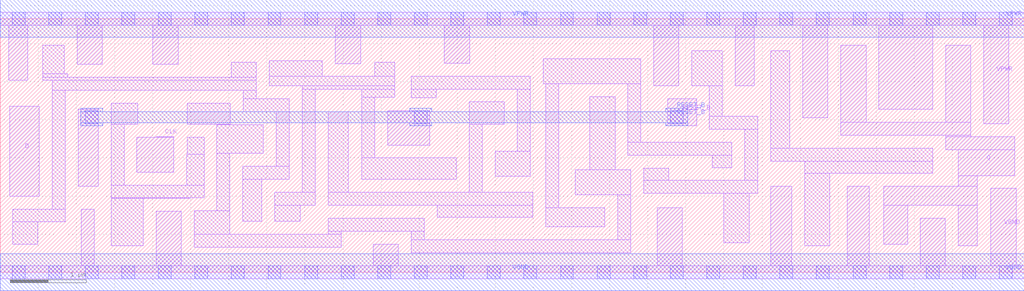
<source format=lef>
# Copyright 2020 The SkyWater PDK Authors
#
# Licensed under the Apache License, Version 2.0 (the "License");
# you may not use this file except in compliance with the License.
# You may obtain a copy of the License at
#
#     https://www.apache.org/licenses/LICENSE-2.0
#
# Unless required by applicable law or agreed to in writing, software
# distributed under the License is distributed on an "AS IS" BASIS,
# WITHOUT WARRANTIES OR CONDITIONS OF ANY KIND, either express or implied.
# See the License for the specific language governing permissions and
# limitations under the License.
#
# SPDX-License-Identifier: Apache-2.0

VERSION 5.7 ;
  NAMESCASESENSITIVE ON ;
  NOWIREEXTENSIONATPIN ON ;
  DIVIDERCHAR "/" ;
  BUSBITCHARS "[]" ;
UNITS
  DATABASE MICRONS 200 ;
END UNITS
MACRO sky130_fd_sc_ms__dfrtp_4
  CLASS CORE ;
  SOURCE USER ;
  FOREIGN sky130_fd_sc_ms__dfrtp_4 ;
  ORIGIN  0.000000  0.000000 ;
  SIZE  13.44000 BY  3.330000 ;
  SYMMETRY X Y R90 ;
  SITE unit ;
  PIN D
    ANTENNAGATEAREA  0.138600 ;
    DIRECTION INPUT ;
    USE SIGNAL ;
    PORT
      LAYER li1 ;
        RECT 0.125000 1.000000 0.515000 2.180000 ;
    END
  END D
  PIN Q
    ANTENNADIFFAREA  1.139900 ;
    DIRECTION OUTPUT ;
    USE SIGNAL ;
    PORT
      LAYER li1 ;
        RECT 11.035000 1.800000 12.740000 1.970000 ;
        RECT 11.035000 1.970000 11.365000 2.980000 ;
        RECT 11.595000 0.365000 11.910000 0.880000 ;
        RECT 11.595000 0.880000 12.825000 1.130000 ;
        RECT 12.410000 1.610000 13.315000 1.780000 ;
        RECT 12.410000 1.780000 12.740000 1.800000 ;
        RECT 12.410000 1.970000 12.740000 2.980000 ;
        RECT 12.575000 0.350000 12.825000 0.880000 ;
        RECT 12.575000 1.130000 12.825000 1.270000 ;
        RECT 12.575000 1.270000 13.315000 1.610000 ;
    END
  END Q
  PIN RESET_B
    ANTENNAGATEAREA  0.415800 ;
    DIRECTION INPUT ;
    USE SIGNAL ;
    PORT
      LAYER li1 ;
        RECT 1.025000 1.130000 1.285000 2.140000 ;
        RECT 5.085000 1.670000 5.635000 2.120000 ;
        RECT 8.765000 1.920000 9.140000 2.275000 ;
      LAYER mcon ;
        RECT 1.115000 1.950000 1.285000 2.120000 ;
        RECT 5.435000 1.950000 5.605000 2.120000 ;
        RECT 8.795000 1.950000 8.965000 2.120000 ;
      LAYER met1 ;
        RECT 1.055000 1.920000 1.345000 1.965000 ;
        RECT 1.055000 1.965000 9.025000 2.105000 ;
        RECT 1.055000 2.105000 1.345000 2.150000 ;
        RECT 5.375000 1.920000 5.665000 1.965000 ;
        RECT 5.375000 2.105000 5.665000 2.150000 ;
        RECT 8.735000 1.920000 9.025000 1.965000 ;
        RECT 8.735000 2.105000 9.025000 2.150000 ;
    END
  END RESET_B
  PIN CLK
    ANTENNAGATEAREA  0.312600 ;
    DIRECTION INPUT ;
    USE CLOCK ;
    PORT
      LAYER li1 ;
        RECT 1.795000 1.310000 2.275000 1.775000 ;
        RECT 2.045000 1.775000 2.275000 1.780000 ;
    END
  END CLK
  PIN VGND
    DIRECTION INOUT ;
    USE GROUND ;
    PORT
      LAYER li1 ;
        RECT  0.000000 -0.085000 13.440000 0.085000 ;
        RECT  1.065000  0.085000  1.235000 0.830000 ;
        RECT  2.045000  0.085000  2.375000 0.800000 ;
        RECT  4.895000  0.085000  5.225000 0.370000 ;
        RECT  8.625000  0.085000  8.955000 0.845000 ;
        RECT 10.115000  0.085000 10.390000 1.130000 ;
        RECT 11.120000  0.085000 11.410000 1.130000 ;
        RECT 12.080000  0.085000 12.405000 0.710000 ;
        RECT 13.005000  0.085000 13.335000 1.100000 ;
      LAYER mcon ;
        RECT  0.155000 -0.085000  0.325000 0.085000 ;
        RECT  0.635000 -0.085000  0.805000 0.085000 ;
        RECT  1.115000 -0.085000  1.285000 0.085000 ;
        RECT  1.595000 -0.085000  1.765000 0.085000 ;
        RECT  2.075000 -0.085000  2.245000 0.085000 ;
        RECT  2.555000 -0.085000  2.725000 0.085000 ;
        RECT  3.035000 -0.085000  3.205000 0.085000 ;
        RECT  3.515000 -0.085000  3.685000 0.085000 ;
        RECT  3.995000 -0.085000  4.165000 0.085000 ;
        RECT  4.475000 -0.085000  4.645000 0.085000 ;
        RECT  4.955000 -0.085000  5.125000 0.085000 ;
        RECT  5.435000 -0.085000  5.605000 0.085000 ;
        RECT  5.915000 -0.085000  6.085000 0.085000 ;
        RECT  6.395000 -0.085000  6.565000 0.085000 ;
        RECT  6.875000 -0.085000  7.045000 0.085000 ;
        RECT  7.355000 -0.085000  7.525000 0.085000 ;
        RECT  7.835000 -0.085000  8.005000 0.085000 ;
        RECT  8.315000 -0.085000  8.485000 0.085000 ;
        RECT  8.795000 -0.085000  8.965000 0.085000 ;
        RECT  9.275000 -0.085000  9.445000 0.085000 ;
        RECT  9.755000 -0.085000  9.925000 0.085000 ;
        RECT 10.235000 -0.085000 10.405000 0.085000 ;
        RECT 10.715000 -0.085000 10.885000 0.085000 ;
        RECT 11.195000 -0.085000 11.365000 0.085000 ;
        RECT 11.675000 -0.085000 11.845000 0.085000 ;
        RECT 12.155000 -0.085000 12.325000 0.085000 ;
        RECT 12.635000 -0.085000 12.805000 0.085000 ;
        RECT 13.115000 -0.085000 13.285000 0.085000 ;
      LAYER met1 ;
        RECT 0.000000 -0.245000 13.440000 0.245000 ;
    END
  END VGND
  PIN VPWR
    DIRECTION INOUT ;
    USE POWER ;
    PORT
      LAYER li1 ;
        RECT  0.000000 3.245000 13.440000 3.415000 ;
        RECT  0.110000 2.520000  0.360000 3.245000 ;
        RECT  1.010000 2.730000  1.340000 3.245000 ;
        RECT  2.005000 2.730000  2.335000 3.245000 ;
        RECT  4.400000 2.740000  4.730000 3.245000 ;
        RECT  5.830000 2.745000  6.165000 3.245000 ;
        RECT  8.580000 2.445000  8.910000 3.245000 ;
        RECT  9.650000 2.445000  9.900000 3.245000 ;
        RECT 10.535000 2.025000 10.865000 3.245000 ;
        RECT 11.535000 2.140000 12.240000 3.245000 ;
        RECT 12.910000 1.950000 13.240000 3.245000 ;
      LAYER mcon ;
        RECT  0.155000 3.245000  0.325000 3.415000 ;
        RECT  0.635000 3.245000  0.805000 3.415000 ;
        RECT  1.115000 3.245000  1.285000 3.415000 ;
        RECT  1.595000 3.245000  1.765000 3.415000 ;
        RECT  2.075000 3.245000  2.245000 3.415000 ;
        RECT  2.555000 3.245000  2.725000 3.415000 ;
        RECT  3.035000 3.245000  3.205000 3.415000 ;
        RECT  3.515000 3.245000  3.685000 3.415000 ;
        RECT  3.995000 3.245000  4.165000 3.415000 ;
        RECT  4.475000 3.245000  4.645000 3.415000 ;
        RECT  4.955000 3.245000  5.125000 3.415000 ;
        RECT  5.435000 3.245000  5.605000 3.415000 ;
        RECT  5.915000 3.245000  6.085000 3.415000 ;
        RECT  6.395000 3.245000  6.565000 3.415000 ;
        RECT  6.875000 3.245000  7.045000 3.415000 ;
        RECT  7.355000 3.245000  7.525000 3.415000 ;
        RECT  7.835000 3.245000  8.005000 3.415000 ;
        RECT  8.315000 3.245000  8.485000 3.415000 ;
        RECT  8.795000 3.245000  8.965000 3.415000 ;
        RECT  9.275000 3.245000  9.445000 3.415000 ;
        RECT  9.755000 3.245000  9.925000 3.415000 ;
        RECT 10.235000 3.245000 10.405000 3.415000 ;
        RECT 10.715000 3.245000 10.885000 3.415000 ;
        RECT 11.195000 3.245000 11.365000 3.415000 ;
        RECT 11.675000 3.245000 11.845000 3.415000 ;
        RECT 12.155000 3.245000 12.325000 3.415000 ;
        RECT 12.635000 3.245000 12.805000 3.415000 ;
        RECT 13.115000 3.245000 13.285000 3.415000 ;
      LAYER met1 ;
        RECT 0.000000 3.085000 13.440000 3.575000 ;
    END
  END VPWR
  OBS
    LAYER li1 ;
      RECT  0.165000 0.370000  0.495000 0.660000 ;
      RECT  0.165000 0.660000  0.855000 0.830000 ;
      RECT  0.560000 2.520000  3.360000 2.560000 ;
      RECT  0.560000 2.560000  0.885000 2.605000 ;
      RECT  0.560000 2.605000  0.840000 2.980000 ;
      RECT  0.685000 0.830000  0.855000 2.390000 ;
      RECT  0.685000 2.390000  3.360000 2.520000 ;
      RECT  1.455000 0.350000  1.875000 0.970000 ;
      RECT  1.455000 0.970000  2.495000 0.975000 ;
      RECT  1.455000 0.975000  2.675000 1.140000 ;
      RECT  1.455000 1.140000  1.625000 1.945000 ;
      RECT  1.455000 1.945000  1.805000 2.220000 ;
      RECT  2.445000 1.140000  2.675000 1.550000 ;
      RECT  2.455000 1.550000  2.675000 1.775000 ;
      RECT  2.455000 1.945000  3.020000 2.220000 ;
      RECT  2.545000 0.330000  4.475000 0.500000 ;
      RECT  2.545000 0.500000  3.015000 0.805000 ;
      RECT  2.845000 0.805000  3.015000 1.560000 ;
      RECT  2.845000 1.560000  3.455000 1.935000 ;
      RECT  2.845000 1.935000  3.020000 1.945000 ;
      RECT  3.030000 2.560000  3.360000 2.755000 ;
      RECT  3.185000 0.670000  3.435000 1.220000 ;
      RECT  3.185000 1.220000  3.795000 1.390000 ;
      RECT  3.190000 2.105000  3.795000 2.275000 ;
      RECT  3.190000 2.275000  3.360000 2.390000 ;
      RECT  3.530000 2.445000  5.180000 2.570000 ;
      RECT  3.530000 2.570000  4.230000 2.775000 ;
      RECT  3.605000 0.670000  3.935000 0.880000 ;
      RECT  3.605000 0.880000  4.135000 1.050000 ;
      RECT  3.625000 1.390000  3.795000 2.105000 ;
      RECT  3.965000 1.050000  4.135000 2.400000 ;
      RECT  3.965000 2.400000  5.180000 2.445000 ;
      RECT  4.305000 0.500000  4.475000 0.540000 ;
      RECT  4.305000 0.540000  5.565000 0.710000 ;
      RECT  4.305000 0.880000  6.990000 1.050000 ;
      RECT  4.305000 1.050000  4.570000 2.105000 ;
      RECT  4.745000 1.220000  5.985000 1.500000 ;
      RECT  4.745000 1.500000  4.915000 2.295000 ;
      RECT  4.745000 2.295000  5.180000 2.400000 ;
      RECT  4.915000 2.570000  5.180000 2.755000 ;
      RECT  5.395000 0.255000  8.275000 0.425000 ;
      RECT  5.395000 0.425000  5.565000 0.540000 ;
      RECT  5.395000 2.290000  5.725000 2.405000 ;
      RECT  5.395000 2.405000  6.955000 2.575000 ;
      RECT  5.735000 0.720000  6.990000 0.880000 ;
      RECT  6.155000 1.050000  6.325000 1.940000 ;
      RECT  6.155000 1.940000  6.615000 2.235000 ;
      RECT  6.495000 1.260000  6.955000 1.590000 ;
      RECT  6.785000 1.590000  6.955000 2.405000 ;
      RECT  7.125000 2.475000  8.410000 2.805000 ;
      RECT  7.160000 0.595000  7.935000 0.845000 ;
      RECT  7.160000 0.845000  7.330000 2.475000 ;
      RECT  7.545000 1.015000  8.275000 1.345000 ;
      RECT  7.740000 1.345000  8.070000 2.305000 ;
      RECT  8.105000 0.425000  8.275000 1.015000 ;
      RECT  8.240000 1.535000  9.605000 1.705000 ;
      RECT  8.240000 1.705000  8.410000 2.475000 ;
      RECT  8.445000 1.035000  9.945000 1.205000 ;
      RECT  8.445000 1.205000  8.775000 1.365000 ;
      RECT  9.080000 2.445000  9.480000 2.905000 ;
      RECT  9.310000 1.875000  9.945000 2.045000 ;
      RECT  9.310000 2.045000  9.480000 2.445000 ;
      RECT  9.345000 1.375000  9.605000 1.535000 ;
      RECT  9.500000 0.385000  9.830000 1.035000 ;
      RECT  9.775000 1.205000  9.945000 1.875000 ;
      RECT 10.115000 1.460000 12.240000 1.630000 ;
      RECT 10.115000 1.630000 10.365000 2.905000 ;
      RECT 10.560000 0.350000 10.890000 1.300000 ;
      RECT 10.560000 1.300000 12.240000 1.460000 ;
  END
END sky130_fd_sc_ms__dfrtp_4

</source>
